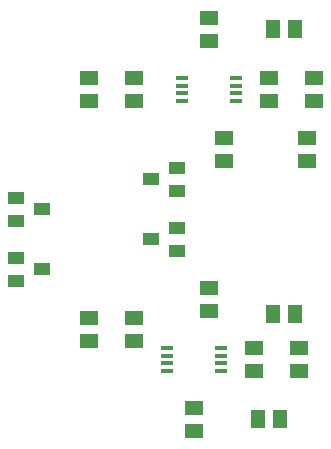
<source format=gtp>
G75*
%MOIN*%
%OFA0B0*%
%FSLAX24Y24*%
%IPPOS*%
%LPD*%
%AMOC8*
5,1,8,0,0,1.08239X$1,22.5*
%
%ADD10R,0.0591X0.0512*%
%ADD11R,0.0512X0.0591*%
%ADD12R,0.0394X0.0157*%
%ADD13R,0.0551X0.0394*%
D10*
X003650Y004276D03*
X003650Y005024D03*
X005150Y005024D03*
X005150Y004276D03*
X007650Y005276D03*
X007650Y006024D03*
X009150Y004024D03*
X009150Y003276D03*
X010650Y003276D03*
X010650Y004024D03*
X007150Y002024D03*
X007150Y001276D03*
X008150Y010276D03*
X008150Y011024D03*
X009650Y012276D03*
X009650Y013024D03*
X011150Y013024D03*
X011150Y012276D03*
X010900Y011024D03*
X010900Y010276D03*
X007650Y014276D03*
X007650Y015024D03*
X005150Y013024D03*
X005150Y012276D03*
X003650Y012276D03*
X003650Y013024D03*
D11*
X009776Y014650D03*
X010524Y014650D03*
X010524Y005150D03*
X009776Y005150D03*
X010024Y001650D03*
X009276Y001650D03*
D12*
X008041Y003267D03*
X008041Y003522D03*
X008041Y003778D03*
X008041Y004034D03*
X006259Y004034D03*
X006259Y003778D03*
X006259Y003522D03*
X006259Y003267D03*
X006759Y012267D03*
X006759Y012522D03*
X006759Y012778D03*
X006759Y013034D03*
X008541Y013034D03*
X008541Y012778D03*
X008541Y012522D03*
X008541Y012267D03*
D13*
X006583Y010024D03*
X005717Y009650D03*
X006583Y009276D03*
X006583Y008024D03*
X006583Y007276D03*
X005717Y007650D03*
X002083Y006650D03*
X001217Y006276D03*
X001217Y007024D03*
X001217Y008276D03*
X001217Y009024D03*
X002083Y008650D03*
M02*

</source>
